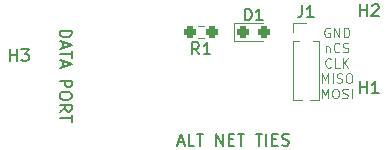
<source format=gto>
%TF.GenerationSoftware,KiCad,Pcbnew,(6.0.7)*%
%TF.CreationDate,2022-08-20T21:52:45-04:00*%
%TF.ProjectId,THE_ENCODER,5448455f-454e-4434-9f44-45522e6b6963,rev?*%
%TF.SameCoordinates,Original*%
%TF.FileFunction,Legend,Top*%
%TF.FilePolarity,Positive*%
%FSLAX46Y46*%
G04 Gerber Fmt 4.6, Leading zero omitted, Abs format (unit mm)*
G04 Created by KiCad (PCBNEW (6.0.7)) date 2022-08-20 21:52:45*
%MOMM*%
%LPD*%
G01*
G04 APERTURE LIST*
G04 Aperture macros list*
%AMRoundRect*
0 Rectangle with rounded corners*
0 $1 Rounding radius*
0 $2 $3 $4 $5 $6 $7 $8 $9 X,Y pos of 4 corners*
0 Add a 4 corners polygon primitive as box body*
4,1,4,$2,$3,$4,$5,$6,$7,$8,$9,$2,$3,0*
0 Add four circle primitives for the rounded corners*
1,1,$1+$1,$2,$3*
1,1,$1+$1,$4,$5*
1,1,$1+$1,$6,$7*
1,1,$1+$1,$8,$9*
0 Add four rect primitives between the rounded corners*
20,1,$1+$1,$2,$3,$4,$5,0*
20,1,$1+$1,$4,$5,$6,$7,0*
20,1,$1+$1,$6,$7,$8,$9,0*
20,1,$1+$1,$8,$9,$2,$3,0*%
G04 Aperture macros list end*
%ADD10C,0.125000*%
%ADD11C,0.150000*%
%ADD12C,0.120000*%
%ADD13R,0.500000X0.500000*%
%ADD14C,2.200000*%
%ADD15RoundRect,0.237500X-0.287500X-0.237500X0.287500X-0.237500X0.287500X0.237500X-0.287500X0.237500X0*%
%ADD16RoundRect,0.237500X0.250000X0.237500X-0.250000X0.237500X-0.250000X-0.237500X0.250000X-0.237500X0*%
%ADD17R,1.000000X1.000000*%
%ADD18O,1.000000X1.000000*%
G04 APERTURE END LIST*
D10*
X146140476Y-76524000D02*
X146064285Y-76485904D01*
X145950000Y-76485904D01*
X145835714Y-76524000D01*
X145759523Y-76600190D01*
X145721428Y-76676380D01*
X145683333Y-76828761D01*
X145683333Y-76943047D01*
X145721428Y-77095428D01*
X145759523Y-77171619D01*
X145835714Y-77247809D01*
X145950000Y-77285904D01*
X146026190Y-77285904D01*
X146140476Y-77247809D01*
X146178571Y-77209714D01*
X146178571Y-76943047D01*
X146026190Y-76943047D01*
X146521428Y-77285904D02*
X146521428Y-76485904D01*
X146978571Y-77285904D01*
X146978571Y-76485904D01*
X147359523Y-77285904D02*
X147359523Y-76485904D01*
X147550000Y-76485904D01*
X147664285Y-76524000D01*
X147740476Y-76600190D01*
X147778571Y-76676380D01*
X147816666Y-76828761D01*
X147816666Y-76943047D01*
X147778571Y-77095428D01*
X147740476Y-77171619D01*
X147664285Y-77247809D01*
X147550000Y-77285904D01*
X147359523Y-77285904D01*
X145797619Y-78040571D02*
X145797619Y-78573904D01*
X145797619Y-78116761D02*
X145835714Y-78078666D01*
X145911904Y-78040571D01*
X146026190Y-78040571D01*
X146102380Y-78078666D01*
X146140476Y-78154857D01*
X146140476Y-78573904D01*
X146978571Y-78497714D02*
X146940476Y-78535809D01*
X146826190Y-78573904D01*
X146750000Y-78573904D01*
X146635714Y-78535809D01*
X146559523Y-78459619D01*
X146521428Y-78383428D01*
X146483333Y-78231047D01*
X146483333Y-78116761D01*
X146521428Y-77964380D01*
X146559523Y-77888190D01*
X146635714Y-77812000D01*
X146750000Y-77773904D01*
X146826190Y-77773904D01*
X146940476Y-77812000D01*
X146978571Y-77850095D01*
X147283333Y-78535809D02*
X147397619Y-78573904D01*
X147588095Y-78573904D01*
X147664285Y-78535809D01*
X147702380Y-78497714D01*
X147740476Y-78421523D01*
X147740476Y-78345333D01*
X147702380Y-78269142D01*
X147664285Y-78231047D01*
X147588095Y-78192952D01*
X147435714Y-78154857D01*
X147359523Y-78116761D01*
X147321428Y-78078666D01*
X147283333Y-78002476D01*
X147283333Y-77926285D01*
X147321428Y-77850095D01*
X147359523Y-77812000D01*
X147435714Y-77773904D01*
X147626190Y-77773904D01*
X147740476Y-77812000D01*
X146273809Y-79785714D02*
X146235714Y-79823809D01*
X146121428Y-79861904D01*
X146045238Y-79861904D01*
X145930952Y-79823809D01*
X145854761Y-79747619D01*
X145816666Y-79671428D01*
X145778571Y-79519047D01*
X145778571Y-79404761D01*
X145816666Y-79252380D01*
X145854761Y-79176190D01*
X145930952Y-79100000D01*
X146045238Y-79061904D01*
X146121428Y-79061904D01*
X146235714Y-79100000D01*
X146273809Y-79138095D01*
X146997619Y-79861904D02*
X146616666Y-79861904D01*
X146616666Y-79061904D01*
X147264285Y-79861904D02*
X147264285Y-79061904D01*
X147721428Y-79861904D02*
X147378571Y-79404761D01*
X147721428Y-79061904D02*
X147264285Y-79519047D01*
X145492857Y-81149904D02*
X145492857Y-80349904D01*
X145759523Y-80921333D01*
X146026190Y-80349904D01*
X146026190Y-81149904D01*
X146407142Y-81149904D02*
X146407142Y-80349904D01*
X146750000Y-81111809D02*
X146864285Y-81149904D01*
X147054761Y-81149904D01*
X147130952Y-81111809D01*
X147169047Y-81073714D01*
X147207142Y-80997523D01*
X147207142Y-80921333D01*
X147169047Y-80845142D01*
X147130952Y-80807047D01*
X147054761Y-80768952D01*
X146902380Y-80730857D01*
X146826190Y-80692761D01*
X146788095Y-80654666D01*
X146750000Y-80578476D01*
X146750000Y-80502285D01*
X146788095Y-80426095D01*
X146826190Y-80388000D01*
X146902380Y-80349904D01*
X147092857Y-80349904D01*
X147207142Y-80388000D01*
X147702380Y-80349904D02*
X147854761Y-80349904D01*
X147930952Y-80388000D01*
X148007142Y-80464190D01*
X148045238Y-80616571D01*
X148045238Y-80883238D01*
X148007142Y-81035619D01*
X147930952Y-81111809D01*
X147854761Y-81149904D01*
X147702380Y-81149904D01*
X147626190Y-81111809D01*
X147550000Y-81035619D01*
X147511904Y-80883238D01*
X147511904Y-80616571D01*
X147550000Y-80464190D01*
X147626190Y-80388000D01*
X147702380Y-80349904D01*
X145492857Y-82437904D02*
X145492857Y-81637904D01*
X145759523Y-82209333D01*
X146026190Y-81637904D01*
X146026190Y-82437904D01*
X146559523Y-81637904D02*
X146711904Y-81637904D01*
X146788095Y-81676000D01*
X146864285Y-81752190D01*
X146902380Y-81904571D01*
X146902380Y-82171238D01*
X146864285Y-82323619D01*
X146788095Y-82399809D01*
X146711904Y-82437904D01*
X146559523Y-82437904D01*
X146483333Y-82399809D01*
X146407142Y-82323619D01*
X146369047Y-82171238D01*
X146369047Y-81904571D01*
X146407142Y-81752190D01*
X146483333Y-81676000D01*
X146559523Y-81637904D01*
X147207142Y-82399809D02*
X147321428Y-82437904D01*
X147511904Y-82437904D01*
X147588095Y-82399809D01*
X147626190Y-82361714D01*
X147664285Y-82285523D01*
X147664285Y-82209333D01*
X147626190Y-82133142D01*
X147588095Y-82095047D01*
X147511904Y-82056952D01*
X147359523Y-82018857D01*
X147283333Y-81980761D01*
X147245238Y-81942666D01*
X147207142Y-81866476D01*
X147207142Y-81790285D01*
X147245238Y-81714095D01*
X147283333Y-81676000D01*
X147359523Y-81637904D01*
X147550000Y-81637904D01*
X147664285Y-81676000D01*
X148007142Y-82437904D02*
X148007142Y-81637904D01*
D11*
X123297619Y-76714285D02*
X124297619Y-76714285D01*
X124297619Y-76952380D01*
X124250000Y-77095238D01*
X124154761Y-77190476D01*
X124059523Y-77238095D01*
X123869047Y-77285714D01*
X123726190Y-77285714D01*
X123535714Y-77238095D01*
X123440476Y-77190476D01*
X123345238Y-77095238D01*
X123297619Y-76952380D01*
X123297619Y-76714285D01*
X123583333Y-77666666D02*
X123583333Y-78142857D01*
X123297619Y-77571428D02*
X124297619Y-77904761D01*
X123297619Y-78238095D01*
X124297619Y-78428571D02*
X124297619Y-79000000D01*
X123297619Y-78714285D02*
X124297619Y-78714285D01*
X123583333Y-79285714D02*
X123583333Y-79761904D01*
X123297619Y-79190476D02*
X124297619Y-79523809D01*
X123297619Y-79857142D01*
X123297619Y-80952380D02*
X124297619Y-80952380D01*
X124297619Y-81333333D01*
X124250000Y-81428571D01*
X124202380Y-81476190D01*
X124107142Y-81523809D01*
X123964285Y-81523809D01*
X123869047Y-81476190D01*
X123821428Y-81428571D01*
X123773809Y-81333333D01*
X123773809Y-80952380D01*
X124297619Y-82142857D02*
X124297619Y-82333333D01*
X124250000Y-82428571D01*
X124154761Y-82523809D01*
X123964285Y-82571428D01*
X123630952Y-82571428D01*
X123440476Y-82523809D01*
X123345238Y-82428571D01*
X123297619Y-82333333D01*
X123297619Y-82142857D01*
X123345238Y-82047619D01*
X123440476Y-81952380D01*
X123630952Y-81904761D01*
X123964285Y-81904761D01*
X124154761Y-81952380D01*
X124250000Y-82047619D01*
X124297619Y-82142857D01*
X123297619Y-83571428D02*
X123773809Y-83238095D01*
X123297619Y-83000000D02*
X124297619Y-83000000D01*
X124297619Y-83380952D01*
X124250000Y-83476190D01*
X124202380Y-83523809D01*
X124107142Y-83571428D01*
X123964285Y-83571428D01*
X123869047Y-83523809D01*
X123821428Y-83476190D01*
X123773809Y-83380952D01*
X123773809Y-83000000D01*
X124297619Y-83857142D02*
X124297619Y-84428571D01*
X123297619Y-84142857D02*
X124297619Y-84142857D01*
X133309523Y-86166666D02*
X133785714Y-86166666D01*
X133214285Y-86452380D02*
X133547619Y-85452380D01*
X133880952Y-86452380D01*
X134690476Y-86452380D02*
X134214285Y-86452380D01*
X134214285Y-85452380D01*
X134880952Y-85452380D02*
X135452380Y-85452380D01*
X135166666Y-86452380D02*
X135166666Y-85452380D01*
X136547619Y-86452380D02*
X136547619Y-85452380D01*
X137119047Y-86452380D01*
X137119047Y-85452380D01*
X137595238Y-85928571D02*
X137928571Y-85928571D01*
X138071428Y-86452380D02*
X137595238Y-86452380D01*
X137595238Y-85452380D01*
X138071428Y-85452380D01*
X138357142Y-85452380D02*
X138928571Y-85452380D01*
X138642857Y-86452380D02*
X138642857Y-85452380D01*
X139880952Y-85452380D02*
X140452380Y-85452380D01*
X140166666Y-86452380D02*
X140166666Y-85452380D01*
X140785714Y-86452380D02*
X140785714Y-85452380D01*
X141261904Y-85928571D02*
X141595238Y-85928571D01*
X141738095Y-86452380D02*
X141261904Y-86452380D01*
X141261904Y-85452380D01*
X141738095Y-85452380D01*
X142119047Y-86404761D02*
X142261904Y-86452380D01*
X142500000Y-86452380D01*
X142595238Y-86404761D01*
X142642857Y-86357142D01*
X142690476Y-86261904D01*
X142690476Y-86166666D01*
X142642857Y-86071428D01*
X142595238Y-86023809D01*
X142500000Y-85976190D01*
X142309523Y-85928571D01*
X142214285Y-85880952D01*
X142166666Y-85833333D01*
X142119047Y-85738095D01*
X142119047Y-85642857D01*
X142166666Y-85547619D01*
X142214285Y-85500000D01*
X142309523Y-85452380D01*
X142547619Y-85452380D01*
X142690476Y-85500000D01*
%TO.C,H2*%
X148738095Y-75502380D02*
X148738095Y-74502380D01*
X148738095Y-74978571D02*
X149309523Y-74978571D01*
X149309523Y-75502380D02*
X149309523Y-74502380D01*
X149738095Y-74597619D02*
X149785714Y-74550000D01*
X149880952Y-74502380D01*
X150119047Y-74502380D01*
X150214285Y-74550000D01*
X150261904Y-74597619D01*
X150309523Y-74692857D01*
X150309523Y-74788095D01*
X150261904Y-74930952D01*
X149690476Y-75502380D01*
X150309523Y-75502380D01*
%TO.C,D1*%
X138961904Y-75857380D02*
X138961904Y-74857380D01*
X139200000Y-74857380D01*
X139342857Y-74905000D01*
X139438095Y-75000238D01*
X139485714Y-75095476D01*
X139533333Y-75285952D01*
X139533333Y-75428809D01*
X139485714Y-75619285D01*
X139438095Y-75714523D01*
X139342857Y-75809761D01*
X139200000Y-75857380D01*
X138961904Y-75857380D01*
X140485714Y-75857380D02*
X139914285Y-75857380D01*
X140200000Y-75857380D02*
X140200000Y-74857380D01*
X140104761Y-75000238D01*
X140009523Y-75095476D01*
X139914285Y-75143095D01*
%TO.C,H1*%
X148738095Y-82002380D02*
X148738095Y-81002380D01*
X148738095Y-81478571D02*
X149309523Y-81478571D01*
X149309523Y-82002380D02*
X149309523Y-81002380D01*
X150309523Y-82002380D02*
X149738095Y-82002380D01*
X150023809Y-82002380D02*
X150023809Y-81002380D01*
X149928571Y-81145238D01*
X149833333Y-81240476D01*
X149738095Y-81288095D01*
%TO.C,H3*%
X119098095Y-79282380D02*
X119098095Y-78282380D01*
X119098095Y-78758571D02*
X119669523Y-78758571D01*
X119669523Y-79282380D02*
X119669523Y-78282380D01*
X120050476Y-78282380D02*
X120669523Y-78282380D01*
X120336190Y-78663333D01*
X120479047Y-78663333D01*
X120574285Y-78710952D01*
X120621904Y-78758571D01*
X120669523Y-78853809D01*
X120669523Y-79091904D01*
X120621904Y-79187142D01*
X120574285Y-79234761D01*
X120479047Y-79282380D01*
X120193333Y-79282380D01*
X120098095Y-79234761D01*
X120050476Y-79187142D01*
%TO.C,R1*%
X135088333Y-78717380D02*
X134755000Y-78241190D01*
X134516904Y-78717380D02*
X134516904Y-77717380D01*
X134897857Y-77717380D01*
X134993095Y-77765000D01*
X135040714Y-77812619D01*
X135088333Y-77907857D01*
X135088333Y-78050714D01*
X135040714Y-78145952D01*
X134993095Y-78193571D01*
X134897857Y-78241190D01*
X134516904Y-78241190D01*
X136040714Y-78717380D02*
X135469285Y-78717380D01*
X135755000Y-78717380D02*
X135755000Y-77717380D01*
X135659761Y-77860238D01*
X135564523Y-77955476D01*
X135469285Y-78003095D01*
%TO.C,J1*%
X143811666Y-74592380D02*
X143811666Y-75306666D01*
X143764047Y-75449523D01*
X143668809Y-75544761D01*
X143525952Y-75592380D01*
X143430714Y-75592380D01*
X144811666Y-75592380D02*
X144240238Y-75592380D01*
X144525952Y-75592380D02*
X144525952Y-74592380D01*
X144430714Y-74735238D01*
X144335476Y-74830476D01*
X144240238Y-74878095D01*
D12*
%TO.C,D1*%
X140500000Y-76100000D02*
X138040000Y-76100000D01*
X138040000Y-77570000D02*
X140500000Y-77570000D01*
X138040000Y-76100000D02*
X138040000Y-77570000D01*
%TO.C,R1*%
X135509724Y-77357500D02*
X135000276Y-77357500D01*
X135509724Y-76312500D02*
X135000276Y-76312500D01*
%TO.C,J1*%
X144452530Y-82610000D02*
X145255000Y-82610000D01*
X143035000Y-76835000D02*
X143035000Y-76075000D01*
X143035000Y-77595000D02*
X143035000Y-82610000D01*
X143035000Y-76075000D02*
X144145000Y-76075000D01*
X143035000Y-82610000D02*
X143837470Y-82610000D01*
X144708471Y-77595000D02*
X145255000Y-77595000D01*
X145255000Y-77595000D02*
X145255000Y-82610000D01*
X143035000Y-77595000D02*
X143581529Y-77595000D01*
%TD*%
%LPC*%
%TO.C,NT3*%
G36*
X138045000Y-84405000D02*
G01*
X137545000Y-84405000D01*
X137545000Y-84605000D01*
X138045000Y-84605000D01*
X138045000Y-84405000D01*
G37*
%TO.C,NT2*%
G36*
X135505000Y-84405000D02*
G01*
X135005000Y-84405000D01*
X135005000Y-84605000D01*
X135505000Y-84605000D01*
X135505000Y-84405000D01*
G37*
%TO.C,NT1*%
G36*
X140585000Y-84405000D02*
G01*
X140085000Y-84405000D01*
X140085000Y-84605000D01*
X140585000Y-84605000D01*
X140585000Y-84405000D01*
G37*
%TD*%
D13*
%TO.C,NT3*%
X137795000Y-84155000D03*
X137795000Y-84855000D03*
%TD*%
%TO.C,NT2*%
X135255000Y-84155000D03*
X135255000Y-84855000D03*
%TD*%
%TO.C,NT1*%
X140335000Y-84155000D03*
X140335000Y-84855000D03*
%TD*%
D14*
%TO.C,H2*%
X149500000Y-78250000D03*
%TD*%
D15*
%TO.C,D1*%
X138825000Y-76835000D03*
X140575000Y-76835000D03*
%TD*%
D14*
%TO.C,H1*%
X149500000Y-84750000D03*
%TD*%
%TO.C,H3*%
X119500000Y-81750000D03*
%TD*%
D16*
%TO.C,R1*%
X134342500Y-76835000D03*
X136167500Y-76835000D03*
%TD*%
D17*
%TO.C,J1*%
X144145000Y-76835000D03*
D18*
X144145000Y-78105000D03*
X144145000Y-79375000D03*
X144145000Y-80645000D03*
X144145000Y-81915000D03*
%TD*%
%TO.C,J2*%
X127010000Y-78090000D03*
X128280000Y-78090000D03*
X127010000Y-79360000D03*
X128280000Y-79360000D03*
X127010000Y-80630000D03*
X128280000Y-80630000D03*
X127010000Y-81900000D03*
X128280000Y-81900000D03*
X127010000Y-83170000D03*
D17*
X128280000Y-83170000D03*
%TD*%
M02*

</source>
